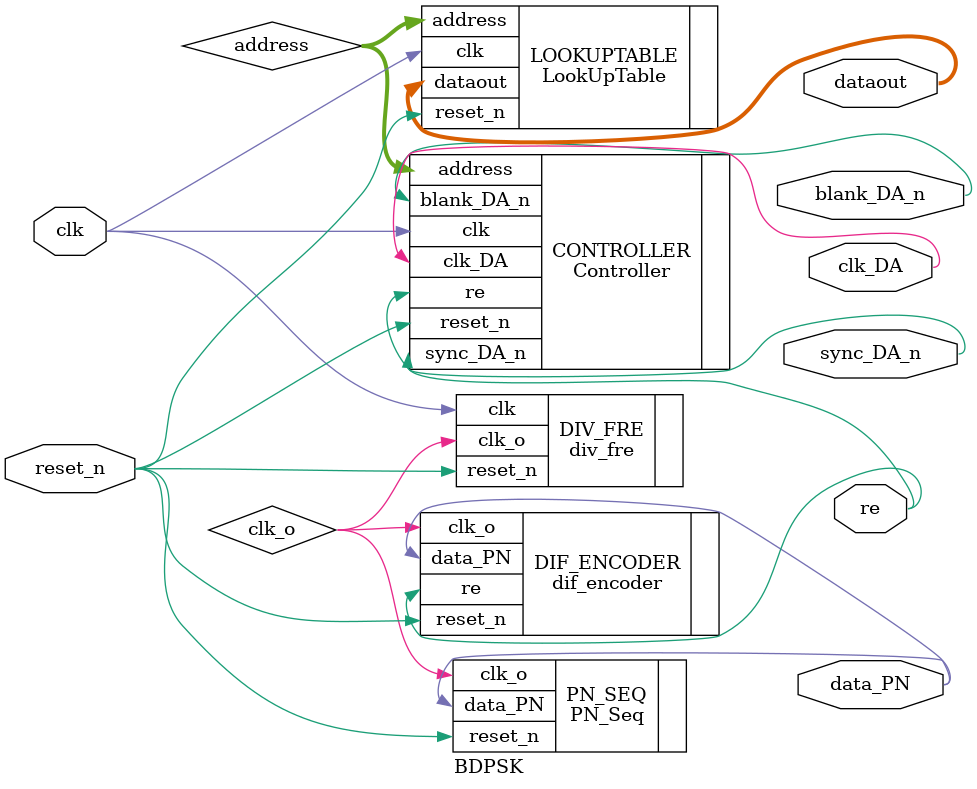
<source format=v>
module BDPSK(
		clk,
		reset_n,
	
		clk_DA,
		blank_DA_n,
		sync_DA_n,
		re,
		data_PN,
		dataout
);

	input            clk       ;
	input            reset_n   ;
	

	output [ 7 : 0 ] dataout   ;
	output           clk_DA      ; //数模转换器控制信号
	output           blank_DA_n  ; //数模转换器控制信号
	output           sync_DA_n   ; //数模转换器控制信号		
	output  			  data_PN	;
	output			  re			;
	
	wire   [ 6 : 0 ] address   ;
	wire	 			  clk_o		;
	
	
	div_fre  DIV_FRE(					// 分频
			.clk		  ( clk ),
			.reset_n   ( reset_n ),
			
			.clk_o	  ( clk_o )
	);


	PN_Seq PN_SEQ(						//产生伪随机序列
			.clk_o	  ( clk_o ), 	
			.reset_n	  ( reset_n ),        
			
			.data_PN   ( data_PN )
	);
	
	dif_encoder  DIF_ENCODER(		//差分编码
			.clk_o	  ( clk_o ),
			.reset_n	  ( reset_n ),
			.data_PN	  ( data_PN ),

			.re		  ( re )
	);
	
	Controller  CONTROLLER  (		//控制器
			.clk       ( clk ),
			.reset_n   ( reset_n ),
			.re		  ( re ),
						
			.address   ( address  ),
			.clk_DA    ( clk_DA   ),
			.blank_DA_n(blank_DA_n),
			.sync_DA_n (sync_DA_n ),
	);
	
	LookUpTable LOOKUPTABLE (		//查找表
			.clk       ( clk ),
			.reset_n   ( reset_n ),
			.address   ( address ),
					
			.dataout   ( dataout )
	);
	

endmodule
</source>
